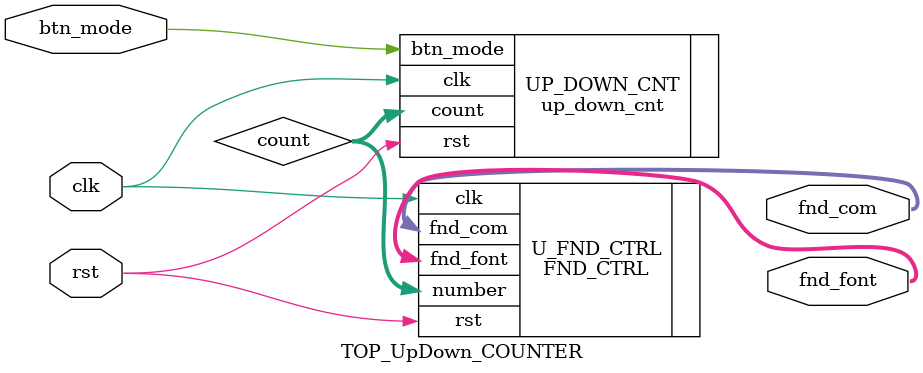
<source format=sv>
`timescale 1ns / 1ps

module TOP_UpDown_COUNTER (
    input clk,
    input rst,
    // input sw_mode,
    input btn_mode,

    output logic [3:0] fnd_com,
    output logic [7:0] fnd_font
);

    logic [13:0] count;

    up_down_cnt UP_DOWN_CNT (
        .clk(clk),
        .rst(rst),
        // .sw_mode(sw_mode),
        .btn_mode(btn_mode),

        .count(count)
    );

    FND_CTRL U_FND_CTRL(
    .clk(clk),
    .rst(rst),
    .number(count),

    .fnd_com(fnd_com),
    .fnd_font(fnd_font)
);
endmodule

</source>
